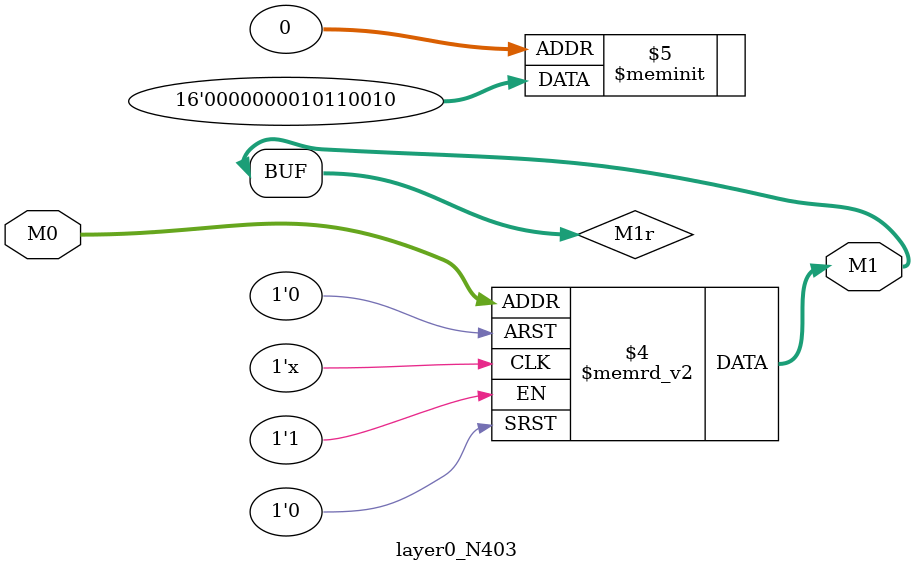
<source format=v>
module layer0_N403 ( input [2:0] M0, output [1:0] M1 );

	(*rom_style = "distributed" *) reg [1:0] M1r;
	assign M1 = M1r;
	always @ (M0) begin
		case (M0)
			3'b000: M1r = 2'b10;
			3'b100: M1r = 2'b00;
			3'b010: M1r = 2'b11;
			3'b110: M1r = 2'b00;
			3'b001: M1r = 2'b00;
			3'b101: M1r = 2'b00;
			3'b011: M1r = 2'b10;
			3'b111: M1r = 2'b00;

		endcase
	end
endmodule

</source>
